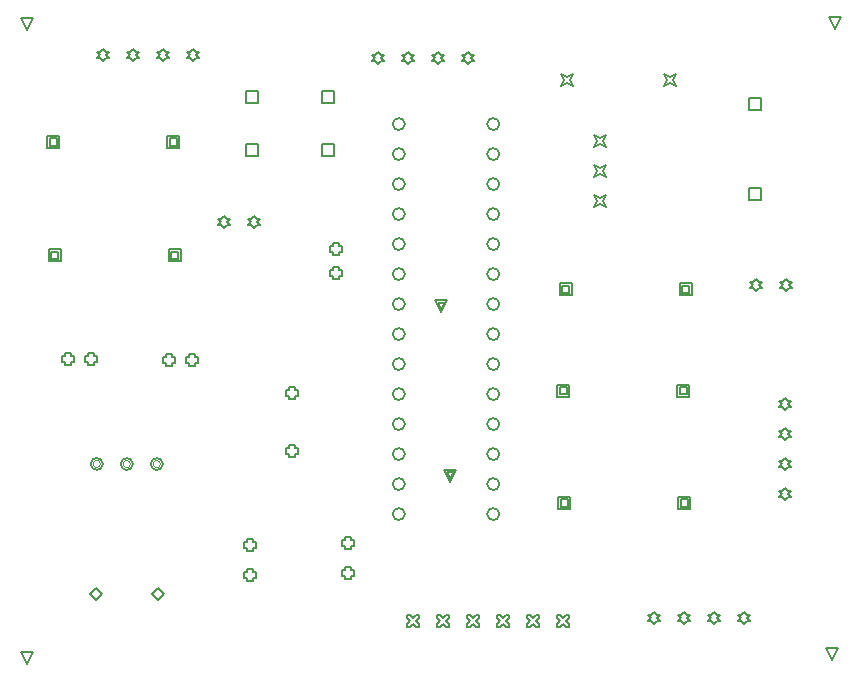
<source format=gbr>
G04*
G04 #@! TF.GenerationSoftware,Altium Limited,Altium Designer,22.4.2 (48)*
G04*
G04 Layer_Color=2752767*
%FSLAX25Y25*%
%MOIN*%
G70*
G04*
G04 #@! TF.SameCoordinates,05EB306F-8607-470A-85BC-A44C10D5EEA8*
G04*
G04*
G04 #@! TF.FilePolarity,Positive*
G04*
G01*
G75*
%ADD54C,0.00500*%
%ADD55C,0.00667*%
%ADD56C,0.00400*%
D54*
X249606Y190954D02*
Y194954D01*
X253607D01*
Y190954D01*
X249606D01*
Y160953D02*
Y164953D01*
X253607D01*
Y160953D01*
X249606D01*
X8922Y6163D02*
X6922Y10164D01*
X10922D01*
X8922Y6163D01*
X261971Y130422D02*
X262971Y131422D01*
X263971D01*
X262971Y132422D01*
X263971Y133423D01*
X262971D01*
X261971Y134423D01*
X260971Y133423D01*
X259971D01*
X260971Y132422D01*
X259971Y131422D01*
X260971D01*
X261971Y130422D01*
X251972D02*
X252972Y131422D01*
X253972D01*
X252972Y132422D01*
X253972Y133423D01*
X252972D01*
X251972Y134423D01*
X250972Y133423D01*
X249972D01*
X250972Y132422D01*
X249972Y131422D01*
X250972D01*
X251972Y130422D01*
X221202Y198904D02*
X222202Y200904D01*
X221202Y202904D01*
X223202Y201904D01*
X225202Y202904D01*
X224202Y200904D01*
X225202Y198904D01*
X223202Y199904D01*
X221202Y198904D01*
X186949D02*
X187949Y200904D01*
X186949Y202904D01*
X188949Y201904D01*
X190949Y202904D01*
X189949Y200904D01*
X190949Y198904D01*
X188949Y199904D01*
X186949Y198904D01*
X110792Y143513D02*
Y142513D01*
X112792D01*
Y143513D01*
X113792D01*
Y145513D01*
X112792D01*
Y146513D01*
X110792D01*
Y145513D01*
X109792D01*
Y143513D01*
X110792D01*
Y135639D02*
Y134639D01*
X112792D01*
Y135639D01*
X113792D01*
Y137639D01*
X112792D01*
Y138639D01*
X110792D01*
Y137639D01*
X109792D01*
Y135639D01*
X110792D01*
X62929Y106621D02*
Y105621D01*
X64929D01*
Y106621D01*
X65930D01*
Y108621D01*
X64929D01*
Y109621D01*
X62929D01*
Y108621D01*
X61930D01*
Y106621D01*
X62929D01*
X55055D02*
Y105621D01*
X57055D01*
Y106621D01*
X58056D01*
Y108621D01*
X57055D01*
Y109621D01*
X55055D01*
Y108621D01*
X54056D01*
Y106621D01*
X55055D01*
X21370Y106991D02*
Y105991D01*
X23370D01*
Y106991D01*
X24370D01*
Y108991D01*
X23370D01*
Y109991D01*
X21370D01*
Y108991D01*
X20370D01*
Y106991D01*
X21370D01*
X29244D02*
Y105991D01*
X31244D01*
Y106991D01*
X32244D01*
Y108991D01*
X31244D01*
Y109991D01*
X29244D01*
Y108991D01*
X28244D01*
Y106991D01*
X29244D01*
X114753Y45360D02*
Y44360D01*
X116753D01*
Y45360D01*
X117754D01*
Y47360D01*
X116753D01*
Y48360D01*
X114753D01*
Y47360D01*
X113753D01*
Y45360D01*
X114753D01*
Y35360D02*
Y34360D01*
X116753D01*
Y35360D01*
X117754D01*
Y37360D01*
X116753D01*
Y38360D01*
X114753D01*
Y37360D01*
X113753D01*
Y35360D01*
X114753D01*
X82178Y44990D02*
Y43990D01*
X84178D01*
Y44990D01*
X85178D01*
Y46990D01*
X84178D01*
Y47990D01*
X82178D01*
Y46990D01*
X81178D01*
Y44990D01*
X82178D01*
Y34990D02*
Y33990D01*
X84178D01*
Y34990D01*
X85178D01*
Y36990D01*
X84178D01*
Y37990D01*
X82178D01*
Y36990D01*
X81178D01*
Y34990D01*
X82178D01*
X74405Y151608D02*
X75405Y152608D01*
X76405D01*
X75405Y153608D01*
X76405Y154608D01*
X75405D01*
X74405Y155608D01*
X73405Y154608D01*
X72405D01*
X73405Y153608D01*
X72405Y152608D01*
X73405D01*
X74405Y151608D01*
X84405D02*
X85405Y152608D01*
X86405D01*
X85405Y153608D01*
X86405Y154608D01*
X85405D01*
X84405Y155608D01*
X83405Y154608D01*
X82405D01*
X83405Y153608D01*
X82405Y152608D01*
X83405D01*
X84405Y151608D01*
X125738Y206308D02*
X126737Y207308D01*
X127737D01*
X126737Y208308D01*
X127737Y209308D01*
X126737D01*
X125738Y210308D01*
X124738Y209308D01*
X123738D01*
X124738Y208308D01*
X123738Y207308D01*
X124738D01*
X125738Y206308D01*
X135738D02*
X136738Y207308D01*
X137738D01*
X136738Y208308D01*
X137738Y209308D01*
X136738D01*
X135738Y210308D01*
X134738Y209308D01*
X133738D01*
X134738Y208308D01*
X133738Y207308D01*
X134738D01*
X135738Y206308D01*
X145738D02*
X146738Y207308D01*
X147738D01*
X146738Y208308D01*
X147738Y209308D01*
X146738D01*
X145738Y210308D01*
X144738Y209308D01*
X143737D01*
X144738Y208308D01*
X143737Y207308D01*
X144738D01*
X145738Y206308D01*
X155737D02*
X156737Y207308D01*
X157738D01*
X156737Y208308D01*
X157738Y209308D01*
X156737D01*
X155737Y210308D01*
X154737Y209308D01*
X153737D01*
X154737Y208308D01*
X153737Y207308D01*
X154737D01*
X155737Y206308D01*
X64300Y207048D02*
X65300Y208048D01*
X66300D01*
X65300Y209048D01*
X66300Y210048D01*
X65300D01*
X64300Y211048D01*
X63300Y210048D01*
X62300D01*
X63300Y209048D01*
X62300Y208048D01*
X63300D01*
X64300Y207048D01*
X54300D02*
X55300Y208048D01*
X56300D01*
X55300Y209048D01*
X56300Y210048D01*
X55300D01*
X54300Y211048D01*
X53300Y210048D01*
X52300D01*
X53300Y209048D01*
X52300Y208048D01*
X53300D01*
X54300Y207048D01*
X44300D02*
X45300Y208048D01*
X46300D01*
X45300Y209048D01*
X46300Y210048D01*
X45300D01*
X44300Y211048D01*
X43300Y210048D01*
X42300D01*
X43300Y209048D01*
X42300Y208048D01*
X43300D01*
X44300Y207048D01*
X34300D02*
X35300Y208048D01*
X36300D01*
X35300Y209048D01*
X36300Y210048D01*
X35300D01*
X34300Y211048D01*
X33300Y210048D01*
X32300D01*
X33300Y209048D01*
X32300Y208048D01*
X33300D01*
X34300Y207048D01*
X261601Y60825D02*
X262601Y61825D01*
X263601D01*
X262601Y62825D01*
X263601Y63825D01*
X262601D01*
X261601Y64825D01*
X260601Y63825D01*
X259601D01*
X260601Y62825D01*
X259601Y61825D01*
X260601D01*
X261601Y60825D01*
Y70825D02*
X262601Y71825D01*
X263601D01*
X262601Y72825D01*
X263601Y73825D01*
X262601D01*
X261601Y74825D01*
X260601Y73825D01*
X259601D01*
X260601Y72825D01*
X259601Y71825D01*
X260601D01*
X261601Y70825D01*
Y80825D02*
X262601Y81825D01*
X263601D01*
X262601Y82825D01*
X263601Y83825D01*
X262601D01*
X261601Y84825D01*
X260601Y83825D01*
X259601D01*
X260601Y82825D01*
X259601Y81825D01*
X260601D01*
X261601Y80825D01*
Y90825D02*
X262601Y91825D01*
X263601D01*
X262601Y92825D01*
X263601Y93825D01*
X262601D01*
X261601Y94825D01*
X260601Y93825D01*
X259601D01*
X260601Y92825D01*
X259601Y91825D01*
X260601D01*
X261601Y90825D01*
X217910Y19371D02*
X218910Y20371D01*
X219910D01*
X218910Y21371D01*
X219910Y22371D01*
X218910D01*
X217910Y23371D01*
X216910Y22371D01*
X215910D01*
X216910Y21371D01*
X215910Y20371D01*
X216910D01*
X217910Y19371D01*
X227910D02*
X228910Y20371D01*
X229910D01*
X228910Y21371D01*
X229910Y22371D01*
X228910D01*
X227910Y23371D01*
X226910Y22371D01*
X225910D01*
X226910Y21371D01*
X225910Y20371D01*
X226910D01*
X227910Y19371D01*
X237910D02*
X238910Y20371D01*
X239910D01*
X238910Y21371D01*
X239910Y22371D01*
X238910D01*
X237910Y23371D01*
X236910Y22371D01*
X235910D01*
X236910Y21371D01*
X235910Y20371D01*
X236910D01*
X237910Y19371D01*
X247910D02*
X248910Y20371D01*
X249910D01*
X248910Y21371D01*
X249910Y22371D01*
X248910D01*
X247910Y23371D01*
X246910Y22371D01*
X245910D01*
X246910Y21371D01*
X245910Y20371D01*
X246910D01*
X247910Y19371D01*
X185577Y18631D02*
X186577D01*
X187577Y19631D01*
X188577Y18631D01*
X189577D01*
Y19631D01*
X188577Y20630D01*
X189577Y21631D01*
Y22630D01*
X188577D01*
X187577Y21631D01*
X186577Y22630D01*
X185577D01*
Y21631D01*
X186577Y20630D01*
X185577Y19631D01*
Y18631D01*
X175577D02*
X176577D01*
X177577Y19631D01*
X178577Y18631D01*
X179578D01*
Y19631D01*
X178577Y20630D01*
X179578Y21631D01*
Y22630D01*
X178577D01*
X177577Y21631D01*
X176577Y22630D01*
X175577D01*
Y21631D01*
X176577Y20630D01*
X175577Y19631D01*
Y18631D01*
X165577D02*
X166577D01*
X167578Y19631D01*
X168578Y18631D01*
X169578D01*
Y19631D01*
X168578Y20630D01*
X169578Y21631D01*
Y22630D01*
X168578D01*
X167578Y21631D01*
X166577Y22630D01*
X165577D01*
Y21631D01*
X166577Y20630D01*
X165577Y19631D01*
Y18631D01*
X155578D02*
X156578D01*
X157578Y19631D01*
X158578Y18631D01*
X159578D01*
Y19631D01*
X158578Y20630D01*
X159578Y21631D01*
Y22630D01*
X158578D01*
X157578Y21631D01*
X156578Y22630D01*
X155578D01*
Y21631D01*
X156578Y20630D01*
X155578Y19631D01*
Y18631D01*
X145578D02*
X146578D01*
X147578Y19631D01*
X148577Y18631D01*
X149577D01*
Y19631D01*
X148577Y20630D01*
X149577Y21631D01*
Y22630D01*
X148577D01*
X147578Y21631D01*
X146578Y22630D01*
X145578D01*
Y21631D01*
X146578Y20630D01*
X145578Y19631D01*
Y18631D01*
X135577D02*
X136577D01*
X137577Y19631D01*
X138577Y18631D01*
X139577D01*
Y19631D01*
X138577Y20630D01*
X139577Y21631D01*
Y22630D01*
X138577D01*
X137577Y21631D01*
X136577Y22630D01*
X135577D01*
Y21631D01*
X136577Y20630D01*
X135577Y19631D01*
Y18631D01*
X50554Y29515D02*
X52554Y31515D01*
X54554Y29515D01*
X52554Y27515D01*
X50554Y29515D01*
X29754D02*
X31754Y31515D01*
X33754Y29515D01*
X31754Y27515D01*
X29754Y29515D01*
X197951Y158366D02*
X198951Y160366D01*
X197951Y162366D01*
X199952Y161366D01*
X201952Y162366D01*
X200952Y160366D01*
X201952Y158366D01*
X199952Y159366D01*
X197951Y158366D01*
Y168366D02*
X198951Y170366D01*
X197951Y172366D01*
X199952Y171366D01*
X201952Y172366D01*
X200952Y170366D01*
X201952Y168366D01*
X199952Y169366D01*
X197951Y168366D01*
Y178366D02*
X198951Y180366D01*
X197951Y182366D01*
X199952Y181366D01*
X201952Y182366D01*
X200952Y180366D01*
X201952Y178366D01*
X199952Y179366D01*
X197951Y178366D01*
X185556Y95256D02*
Y99256D01*
X189556D01*
Y95256D01*
X185556D01*
X186356Y96056D02*
Y98456D01*
X188756D01*
Y96056D01*
X186356D01*
X225556Y95256D02*
Y99256D01*
X229556D01*
Y95256D01*
X225556D01*
X226356Y96056D02*
Y98456D01*
X228756D01*
Y96056D01*
X226356D01*
X15647Y178175D02*
Y182175D01*
X19647D01*
Y178175D01*
X15647D01*
X16447Y178975D02*
Y181375D01*
X18847D01*
Y178975D01*
X16447D01*
X55647Y178175D02*
Y182175D01*
X59647D01*
Y178175D01*
X55647D01*
X56447Y178975D02*
Y181375D01*
X58847D01*
Y178975D01*
X56447D01*
X16017Y140417D02*
Y144417D01*
X20017D01*
Y140417D01*
X16017D01*
X16817Y141217D02*
Y143617D01*
X19217D01*
Y141217D01*
X16817D01*
X56017Y140417D02*
Y144417D01*
X60017D01*
Y140417D01*
X56017D01*
X56817Y141217D02*
Y143617D01*
X59217D01*
Y141217D01*
X56817D01*
X225926Y57869D02*
Y61869D01*
X229926D01*
Y57869D01*
X225926D01*
X226726Y58669D02*
Y61069D01*
X229126D01*
Y58669D01*
X226726D01*
X185926Y57869D02*
Y61869D01*
X189926D01*
Y57869D01*
X185926D01*
X186726Y58669D02*
Y61069D01*
X189126D01*
Y58669D01*
X186726D01*
X226428Y129130D02*
Y133131D01*
X230428D01*
Y129130D01*
X226428D01*
X227228Y129930D02*
Y132331D01*
X229628D01*
Y129930D01*
X227228D01*
X186428Y129130D02*
Y133131D01*
X190428D01*
Y129130D01*
X186428D01*
X187228Y129930D02*
Y132331D01*
X189628D01*
Y129930D01*
X187228D01*
X81709Y193325D02*
Y197326D01*
X85710D01*
Y193325D01*
X81709D01*
X107299D02*
Y197326D01*
X111300D01*
Y193325D01*
X107299D01*
Y175610D02*
Y179610D01*
X111300D01*
Y175610D01*
X107299D01*
X81709D02*
Y179610D01*
X85710D01*
Y175610D01*
X81709D01*
X96245Y95498D02*
Y94498D01*
X98245D01*
Y95498D01*
X99245D01*
Y97498D01*
X98245D01*
Y98498D01*
X96245D01*
Y97498D01*
X95245D01*
Y95498D01*
X96245D01*
Y76285D02*
Y75285D01*
X98245D01*
Y76285D01*
X99245D01*
Y78285D01*
X98245D01*
Y79285D01*
X96245D01*
Y78285D01*
X95245D01*
Y76285D01*
X96245D01*
X277204Y7364D02*
X275204Y11364D01*
X279204D01*
X277204Y7364D01*
X8922Y217523D02*
X6922Y221523D01*
X10922D01*
X8922Y217523D01*
X278165Y217763D02*
X276165Y221763D01*
X280165D01*
X278165Y217763D01*
X149959Y66942D02*
X147959Y70942D01*
X151959D01*
X149959Y66942D01*
Y67742D02*
X148759Y70142D01*
X151159D01*
X149959Y67742D01*
X146959Y123395D02*
X144959Y127395D01*
X148959D01*
X146959Y123395D01*
Y124195D02*
X145759Y126595D01*
X148159D01*
X146959Y124195D01*
D55*
X166246Y56151D02*
G03*
X166246Y56151I-2000J0D01*
G01*
Y66151D02*
G03*
X166246Y66151I-2000J0D01*
G01*
Y76151D02*
G03*
X166246Y76151I-2000J0D01*
G01*
Y86151D02*
G03*
X166246Y86151I-2000J0D01*
G01*
Y96151D02*
G03*
X166246Y96151I-2000J0D01*
G01*
Y106151D02*
G03*
X166246Y106151I-2000J0D01*
G01*
Y116151D02*
G03*
X166246Y116151I-2000J0D01*
G01*
Y126151D02*
G03*
X166246Y126151I-2000J0D01*
G01*
Y136151D02*
G03*
X166246Y136151I-2000J0D01*
G01*
Y146151D02*
G03*
X166246Y146151I-2000J0D01*
G01*
Y156151D02*
G03*
X166246Y156151I-2000J0D01*
G01*
Y166151D02*
G03*
X166246Y166151I-2000J0D01*
G01*
Y176151D02*
G03*
X166246Y176151I-2000J0D01*
G01*
Y186151D02*
G03*
X166246Y186151I-2000J0D01*
G01*
X134750Y56151D02*
G03*
X134750Y56151I-2000J0D01*
G01*
Y66151D02*
G03*
X134750Y66151I-2000J0D01*
G01*
Y76151D02*
G03*
X134750Y76151I-2000J0D01*
G01*
Y86151D02*
G03*
X134750Y86151I-2000J0D01*
G01*
Y96151D02*
G03*
X134750Y96151I-2000J0D01*
G01*
Y106151D02*
G03*
X134750Y106151I-2000J0D01*
G01*
Y116151D02*
G03*
X134750Y116151I-2000J0D01*
G01*
Y126151D02*
G03*
X134750Y126151I-2000J0D01*
G01*
Y136151D02*
G03*
X134750Y136151I-2000J0D01*
G01*
Y146151D02*
G03*
X134750Y146151I-2000J0D01*
G01*
Y156151D02*
G03*
X134750Y156151I-2000J0D01*
G01*
Y166151D02*
G03*
X134750Y166151I-2000J0D01*
G01*
Y176151D02*
G03*
X134750Y176151I-2000J0D01*
G01*
Y186151D02*
G03*
X134750Y186151I-2000J0D01*
G01*
X44084Y72825D02*
G03*
X44084Y72825I-2000J0D01*
G01*
X34084Y72864D02*
G03*
X34084Y72864I-2000J0D01*
G01*
X54084Y72825D02*
G03*
X54084Y72825I-2000J0D01*
G01*
D56*
X43284D02*
G03*
X43284Y72825I-1200J0D01*
G01*
X33284Y72864D02*
G03*
X33284Y72864I-1200J0D01*
G01*
X53284Y72825D02*
G03*
X53284Y72825I-1200J0D01*
G01*
M02*

</source>
